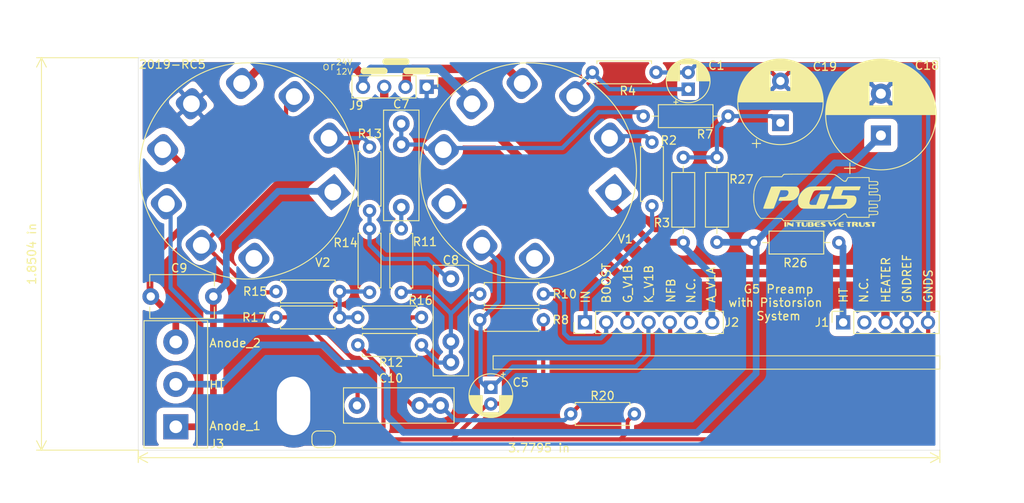
<source format=kicad_pcb>
(kicad_pcb (version 20171130) (host pcbnew "(5.1.2)-1")
  (title_block (title "Preamp G5 with Pistortion System") (date 2019-05-24) (rev RC5) (company http://www.projetg5.com) (comment 2 "Licence under Creative Commons BY-NC-SA 4.0") (comment 3 "with A-wai Amplification and LemonAmps") (comment 4 http://www.projetg5.com))
  (layers (0 F.Cu signal) (31 B.Cu signal) (34 B.Paste user) (35 F.Paste user) (36 B.SilkS user) (37 F.SilkS user) (38 B.Mask user) (39 F.Mask user) (44 Edge.Cuts user))
  (net 0 "")
  (net 1 "Net-(C1-Pad1)")
  (net 2 GNDS)
  (net 3 "Net-(C8-Pad1)")
  (net 4 /HT2)
  (net 5 /A_V1A)
  (net 6 /A+)
  (net 7 /A_V2A)
  (net 8 /A_V2B)
  (net 9 /HEATER2)
  (net 10 /K_V1B)
  (net 11 /IN)
  (net 12 /G_V1B)
  (net 13 GNDREF)
  (net 14 /BOOST)
  (net 15 "Net-(C7-Pad2)")
  (net 16 "Net-(C7-Pad1)")
  (net 17 "Net-(C8-Pad2)")
  (net 18 "Net-(C10-Pad1)")
  (net 19 "Net-(C19-Pad1)")
  (net 20 "Net-(R2-Pad1)")
  (net 21 "Net-(R13-Pad1)")
  (net 22 "Net-(R14-Pad1)")
  (net 23 "Net-(R15-Pad1)")
  (net 24 /HEATER)
  (net 25 /NFB)
  (net 26 /HEATER1)
  (net 27 "Net-(J1-Pad2)")
  (net 28 "Net-(J2-Pad6)")
  (net 29 "Net-(V1-Pad9)")
  (net 30 "Net-(V2-Pad9)")
  (module ProjectLib:C_Rect_L13.0mm_W4.0mm_P7.5mm_or_P10.00mm_MKS4 (layer F.Cu) (at 61.5 70.9 90)
    (fp_text reference C7 (at 12.34 -0.01) (layer F.SilkS))
    (fp_text value 22nF)
    (pad 2 thru_hole circle (at 10 0 90) (size 2 2) (drill 1) (layers *.Cu *.Mask) (net 15 "Net-(C7-Pad2)"))
    (pad 1 thru_hole circle (at 0 0 90) (size 2 2) (drill 1) (layers *.Cu *.Mask) (net 16 "Net-(C7-Pad1)"))
    (pad 2 thru_hole circle (at 7.5 0 90) (size 2 2) (drill 1) (layers *.Cu *.Mask) (net 15 "Net-(C7-Pad2)"))
  )
  (module ProjectLib:C_Rect_L13.0mm_W4.0mm_P7.5mm_or_P10.00mm_MKS4 (layer F.Cu) (at 67.44 79.48 270)
    (fp_text reference C8 (at -2.24 0) (layer F.SilkS))
    (fp_text value 22nF)
    (pad 2 thru_hole circle (at 10 0 270) (size 2 2) (drill 1) (layers *.Cu *.Mask) (net 17 "Net-(C8-Pad2)"))
    (pad 1 thru_hole circle (at 0 0 270) (size 2 2) (drill 1) (layers *.Cu *.Mask) (net 3 "Net-(C8-Pad1)"))
    (pad 2 thru_hole circle (at 7.5 0 270) (size 2 2) (drill 1) (layers *.Cu *.Mask) (net 17 "Net-(C8-Pad2)"))
  )
  (module ProjectLib:C_Rect_L13.0mm_W4.0mm_P7.5mm_or_P10.00mm_MKS4 (layer F.Cu) (at 56.2 94.65)
    (fp_text reference C10 (at 4.07 -3.26) (layer F.SilkS))
    (fp_text value 10n)
    (pad 2 thru_hole circle (at 10 0) (size 2 2) (drill 1) (layers *.Cu *.Mask) (net 25 /NFB))
    (pad 1 thru_hole circle (at 0 0) (size 2 2) (drill 1) (layers *.Cu *.Mask) (net 18 "Net-(C10-Pad1)"))
    (pad 2 thru_hole circle (at 7.5 0) (size 2 2) (drill 1) (layers *.Cu *.Mask) (net 25 /NFB))
  )
  (module Symbol:PG5_Logo_15mm_SilkScreen (layer F.Cu) (at 111.26 69.82)
    (fp_text reference U1 hide)
    (fp_text value PG5_Logo hide)
  )
  (module Capacitor_THT:CP_Radial_D5.0mm_P2.00mm (layer F.Cu) (at 72.23 92.47 270)
    (fp_text reference C5 (at -0.58 -3.57 180) (layer F.SilkS))
    (fp_text value 1µF/50v)
    (pad 2 thru_hole circle (at 2 0 270) (size 1.6 1.6) (drill 0.8) (layers *.Cu *.Mask) (net 2 GNDS))
    (pad 1 thru_hole rect (at 0 0 270) (size 1.6 1.6) (drill 0.8) (layers *.Cu *.Mask) (net 10 /K_V1B))
  )
  (module Connector_PinHeader_2.54mm:PinHeader_1x07_P2.54mm_Vertical (layer F.Cu) (at 83.5 84.7 90)
    (fp_text reference J2 (at 0 17.6 180) (layer F.SilkS))
    (fp_text value PCB_TUBE)
    (pad 7 thru_hole oval (at 0 15.24 90) (size 1.7 1.7) (drill 1) (layers *.Cu *.Mask) (net 5 /A_V1A))
    (pad 6 thru_hole oval (at 0 12.7 90) (size 1.7 1.7) (drill 1) (layers *.Cu *.Mask) (net 28 "Net-(J2-Pad6)"))
    (pad 5 thru_hole oval (at 0 10.16 90) (size 1.7 1.7) (drill 1) (layers *.Cu *.Mask) (net 25 /NFB))
    (pad 4 thru_hole oval (at 0 7.62 90) (size 1.7 1.7) (drill 1) (layers *.Cu *.Mask) (net 10 /K_V1B))
    (pad 3 thru_hole oval (at 0 5.08 90) (size 1.7 1.7) (drill 1) (layers *.Cu *.Mask) (net 12 /G_V1B))
    (pad 2 thru_hole oval (at 0 2.54 90) (size 1.7 1.7) (drill 1) (layers *.Cu *.Mask) (net 14 /BOOST))
    (pad 1 thru_hole rect (at 0 0 90) (size 1.7 1.7) (drill 1) (layers *.Cu *.Mask) (net 11 /IN))
  )
  (module Resistor_THT:R_Axial_DIN0207_L6.3mm_D2.5mm_P7.62mm_Horizontal (layer F.Cu) (at 81.8 95.66)
    (fp_text reference R20 (at 3.8 -2.16) (layer F.SilkS))
    (fp_text value 4.7k)
    (pad 2 thru_hole oval (at 7.62 0) (size 1.6 1.6) (drill 0.8) (layers *.Cu *.Mask) (net 2 GNDS))
    (pad 1 thru_hole circle (at 0 0) (size 1.6 1.6) (drill 0.8) (layers *.Cu *.Mask) (net 25 /NFB))
  )
  (module Connector_PinHeader_2.54mm:PinHeader_1x04_P2.54mm_Vertical (layer F.Cu) (at 64.54 56.49 270)
    (fp_text reference J9 (at 2.23 8.43 180) (layer F.SilkS))
    (fp_text value Voltage_Heater)
    (pad 4 thru_hole oval (at 0 7.62 270) (size 1.7 1.7) (drill 1) (layers *.Cu *.Mask) (net 9 /HEATER2))
    (pad 3 thru_hole oval (at 0 5.08 270) (size 1.7 1.7) (drill 1) (layers *.Cu *.Mask) (net 24 /HEATER))
    (pad 2 thru_hole oval (at 0 2.54 270) (size 1.7 1.7) (drill 1) (layers *.Cu *.Mask) (net 26 /HEATER1))
    (pad 1 thru_hole rect (at 0 0 270) (size 1.7 1.7) (drill 1) (layers *.Cu *.Mask) (net 13 GNDREF))
  )
  (module Resistor_THT:R_Axial_DIN0207_L6.3mm_D2.5mm_P10.16mm_Horizontal (layer F.Cu) (at 99.3 75.1 90)
    (fp_text reference R27 (at 7.54 2.93 180) (layer F.SilkS))
    (fp_text value 1k)
    (pad 2 thru_hole oval (at 10.16 0 90) (size 1.6 1.6) (drill 0.8) (layers *.Cu *.Mask) (net 19 "Net-(C19-Pad1)"))
    (pad 1 thru_hole circle (at 0 0 90) (size 1.6 1.6) (drill 0.8) (layers *.Cu *.Mask) (net 6 /A+))
  )
  (module Resistor_THT:R_Axial_DIN0207_L6.3mm_D2.5mm_P10.16mm_Horizontal (layer F.Cu) (at 113.9 75.14 180)
    (fp_text reference R26 (at 5.2 -2.43) (layer F.SilkS))
    (fp_text value 1k)
    (pad 2 thru_hole oval (at 10.16 0 180) (size 1.6 1.6) (drill 0.8) (layers *.Cu *.Mask) (net 6 /A+))
    (pad 1 thru_hole circle (at 0 0 180) (size 1.6 1.6) (drill 0.8) (layers *.Cu *.Mask) (net 4 /HT2))
  )
  (module Resistor_THT:R_Axial_DIN0207_L6.3mm_D2.5mm_P10.16mm_Horizontal (layer F.Cu) (at 100.64 60 180)
    (fp_text reference R7 (at 2.77 -2.18) (layer F.SilkS))
    (fp_text value 100k)
    (pad 2 thru_hole oval (at 10.16 0 180) (size 1.6 1.6) (drill 0.8) (layers *.Cu *.Mask) (net 15 "Net-(C7-Pad2)"))
    (pad 1 thru_hole circle (at 0 0 180) (size 1.6 1.6) (drill 0.8) (layers *.Cu *.Mask) (net 19 "Net-(C19-Pad1)"))
  )
  (module Resistor_THT:R_Axial_DIN0207_L6.3mm_D2.5mm_P10.16mm_Horizontal (layer F.Cu) (at 95.27 64.94 270)
    (fp_text reference R3 (at 7.84 2.56 180) (layer F.SilkS))
    (fp_text value 120k)
    (pad 2 thru_hole oval (at 10.16 0 270) (size 1.6 1.6) (drill 0.8) (layers *.Cu *.Mask) (net 5 /A_V1A))
    (pad 1 thru_hole circle (at 0 0 270) (size 1.6 1.6) (drill 0.8) (layers *.Cu *.Mask) (net 19 "Net-(C19-Pad1)"))
  )
  (module MountingHole:MountingHole_3.2mm_M3 (layer F.Cu) (at 48.6 94.7)
    (fp_text reference H1 hide)
    (fp_text value MountingHole_Pad)
    (pad 1 thru_hole oval (at 0 0) (size 7 10) (drill oval 4 7) (layers *.Cu *.Mask) (net 13 GNDREF))
  )
  (module Capacitor_THT:CP_Radial_D5.0mm_P2.00mm (layer F.Cu) (at 95.86 56.77 90)
    (fp_text reference C1 (at 2.84 3.38 180) (layer F.SilkS))
    (fp_text value 22µF/25v)
    (pad 2 thru_hole circle (at 2 0 90) (size 1.6 1.6) (drill 0.8) (layers *.Cu *.Mask) (net 2 GNDS))
    (pad 1 thru_hole rect (at 0 0 90) (size 1.6 1.6) (drill 0.8) (layers *.Cu *.Mask) (net 1 "Net-(C1-Pad1)"))
  )
  (module Connector_PinSocket_2.54mm:PinSocket_1x05_P2.54mm_Vertical (layer F.Cu) (at 114.42 84.7 90)
    (fp_text reference J1 (at 0 -2.54 180) (layer F.SilkS))
    (fp_text value PSU_TUBE)
    (pad 5 thru_hole oval (at 0 10.16 90) (size 1.7 1.7) (drill 1) (layers *.Cu *.Mask) (net 2 GNDS))
    (pad 4 thru_hole oval (at 0 7.62 90) (size 1.7 1.7) (drill 1) (layers *.Cu *.Mask) (net 13 GNDREF))
    (pad 3 thru_hole oval (at 0 5.08 90) (size 1.7 1.7) (drill 1) (layers *.Cu *.Mask) (net 24 /HEATER))
    (pad 2 thru_hole oval (at 0 2.54 90) (size 1.7 1.7) (drill 1) (layers *.Cu *.Mask) (net 27 "Net-(J1-Pad2)"))
    (pad 1 thru_hole rect (at 0 0 90) (size 1.7 1.7) (drill 1) (layers *.Cu *.Mask) (net 4 /HT2))
  )
  (module Resistor_THT:R_Axial_DIN0207_L6.3mm_D2.5mm_P7.62mm_Horizontal (layer F.Cu) (at 63.92 87.4 180)
    (fp_text reference R12 (at 3.65 -2.1 180) (layer F.SilkS))
    (fp_text value 470k)
    (pad 2 thru_hole oval (at 7.62 0 180) (size 1.6 1.6) (drill 0.8) (layers *.Cu *.Mask) (net 2 GNDS))
    (pad 1 thru_hole circle (at 0 0 180) (size 1.6 1.6) (drill 0.8) (layers *.Cu *.Mask) (net 17 "Net-(C8-Pad2)"))
  )
  (module Resistor_THT:R_Axial_DIN0207_L6.3mm_D2.5mm_P7.62mm_Horizontal (layer F.Cu) (at 61.5 73.5 270)
    (fp_text reference R11 (at 1.55 -2.83) (layer F.SilkS))
    (fp_text value 470k)
    (pad 2 thru_hole oval (at 7.62 0 270) (size 1.6 1.6) (drill 0.8) (layers *.Cu *.Mask) (net 17 "Net-(C8-Pad2)"))
    (pad 1 thru_hole circle (at 0 0 270) (size 1.6 1.6) (drill 0.8) (layers *.Cu *.Mask) (net 16 "Net-(C7-Pad1)"))
  )
  (module Resistor_THT:R_Axial_DIN0207_L6.3mm_D2.5mm_P7.62mm_Horizontal (layer F.Cu) (at 70.9 81.3)
    (fp_text reference R10 (at 10.176191 0.01) (layer F.SilkS))
    (fp_text value 100k)
    (pad 2 thru_hole oval (at 7.62 0) (size 1.6 1.6) (drill 0.8) (layers *.Cu *.Mask) (net 14 /BOOST))
    (pad 1 thru_hole circle (at 0 0) (size 1.6 1.6) (drill 0.8) (layers *.Cu *.Mask) (net 17 "Net-(C8-Pad2)"))
  )
  (module Capacitor_THT:CP_Radial_D13.0mm_P5.00mm (layer F.Cu) (at 118.94 62.31 90)
    (fp_text reference C18 (at 8.38 5.52 -180) (layer F.SilkS))
    (fp_text value 22µF/400v)
    (pad 1 thru_hole rect (at 0 0 90) (size 2.4 2.4) (drill 1.2) (layers *.Cu *.Mask) (net 6 /A+))
    (pad 2 thru_hole circle (at 5 0 90) (size 2.4 2.4) (drill 1.2) (layers *.Cu *.Mask) (net 13 GNDREF))
  )
  (module ProjectLib:Valve_Noval-B9A_Belton-VT9-PT_Socket (layer F.Cu) (at 86.9 69.1 220)
    (fp_text reference V1 (at 2.517023 -5.224356) (layer F.SilkS))
    (fp_text value ECC83)
    (pad 9 thru_hole roundrect (at 12.34 0 220) (size 3.1 3.1) (drill 2) (layers *.Cu *.Mask) (net 29 "Net-(V1-Pad9)"))
    (pad 8 thru_hole roundrect (at 16.16 5.25 220) (size 3.1 3.1) (drill 2) (layers *.Cu *.Mask) (net 10 /K_V1B))
    (pad 7 thru_hole roundrect (at 16.16 11.74 220) (size 3.1 3.1) (drill 2) (layers *.Cu *.Mask) (net 12 /G_V1B))
    (pad 6 thru_hole roundrect (at 12.34 16.99 220) (size 3.1 3.1) (drill 2) (layers *.Cu *.Mask) (net 15 "Net-(C7-Pad2)"))
    (pad 5 thru_hole roundrect (at 6.17 18.99 220) (size 3.1 3.1) (drill 2) (layers *.Cu *.Mask) (net 9 /HEATER2))
    (pad 4 thru_hole roundrect (at 0 16.99 220) (size 3.1 3.1) (drill 2) (layers *.Cu *.Mask) (net 26 /HEATER1))
    (pad 3 thru_hole roundrect (at -3.81 11.74 220) (size 3.1 3.1) (drill 2) (layers *.Cu *.Mask) (net 1 "Net-(C1-Pad1)"))
    (pad 2 thru_hole roundrect (at -3.81 5.25 220) (size 3.1 3.1) (drill 2) (layers *.Cu *.Mask) (net 20 "Net-(R2-Pad1)"))
    (pad 1 thru_hole rect (at 0 0 220) (size 3.1 3.1) (drill 2) (layers *.Cu *.Mask) (net 5 /A_V1A))
  )
  (module ProjectLib:Valve_Noval-B9A_Belton-VT9-PT_Socket (layer F.Cu) (at 53.3 69.1 220)
    (fp_text reference V2 (at 6.337953 -5.68641) (layer F.SilkS))
    (fp_text value ECC83)
    (pad 9 thru_hole roundrect (at 12.34 0 220) (size 3.1 3.1) (drill 2) (layers *.Cu *.Mask) (net 30 "Net-(V2-Pad9)"))
    (pad 8 thru_hole roundrect (at 16.16 5.25 220) (size 3.1 3.1) (drill 2) (layers *.Cu *.Mask) (net 23 "Net-(R15-Pad1)"))
    (pad 7 thru_hole roundrect (at 16.16 11.74 220) (size 3.1 3.1) (drill 2) (layers *.Cu *.Mask) (net 18 "Net-(C10-Pad1)"))
    (pad 6 thru_hole roundrect (at 12.34 16.99 220) (size 3.1 3.1) (drill 2) (layers *.Cu *.Mask) (net 7 /A_V2A))
    (pad 5 thru_hole roundrect (at 6.17 18.99 220) (size 3.1 3.1) (drill 2) (layers *.Cu *.Mask) (net 13 GNDREF))
    (pad 4 thru_hole roundrect (at 0 16.99 220) (size 3.1 3.1) (drill 2) (layers *.Cu *.Mask) (net 9 /HEATER2))
    (pad 3 thru_hole roundrect (at -3.81 11.74 220) (size 3.1 3.1) (drill 2) (layers *.Cu *.Mask) (net 23 "Net-(R15-Pad1)"))
    (pad 2 thru_hole roundrect (at -3.81 5.25 220) (size 3.1 3.1) (drill 2) (layers *.Cu *.Mask) (net 21 "Net-(R13-Pad1)"))
    (pad 1 thru_hole rect (at 0 0 220) (size 3.1 3.1) (drill 2) (layers *.Cu *.Mask) (net 8 /A_V2B))
  )
  (module Jumper:SolderJumper-2_P1.3mm_Bridged_RoundedPad1.0x1.5mm (layer F.Cu) (at 52.2 98.7)
    (fp_text reference JP1 hide)
    (fp_text value Jumper)
    (fp_poly (pts (xy 0.25 -0.3) (xy -0.25 -0.3) (xy -0.25 0.3) (xy 0.25 0.3)) (layer F.Cu) (width 0))
    (pad 1 smd custom (at -0.65 0) (size 1 0.5) (layers F.Cu F.Mask) (net 13 GNDREF) (options (clearance outline) (anchor rect)) (primitives (gr_circle (center 0 0.25) (end 0.5 0.25) (width 0)) (gr_circle (center 0 -0.25) (end 0.5 -0.25) (width 0)) (gr_poly (pts (xy 0 -0.75) (xy 0.5 -0.75) (xy 0.5 0.75) (xy 0 0.75)) (width 0))))
    (pad 2 smd custom (at 0.65 0) (size 1 0.5) (layers F.Cu F.Mask) (net 2 GNDS) (options (clearance outline) (anchor rect)) (primitives (gr_circle (center 0 0.25) (end 0.5 0.25) (width 0)) (gr_circle (center 0 -0.25) (end 0.5 -0.25) (width 0)) (gr_poly (pts (xy 0 -0.75) (xy -0.5 -0.75) (xy -0.5 0.75) (xy 0 0.75)) (width 0))))
  )
  (module Capacitor_THT:CP_Radial_D10.0mm_P5.00mm (layer F.Cu) (at 106.91 60.79 90)
    (fp_text reference C19 (at 6.73 5.32) (layer F.SilkS))
    (fp_text value 10µF/400v)
    (pad 1 thru_hole rect (at 0 0 90) (size 2 2) (drill 1) (layers *.Cu *.Mask) (net 19 "Net-(C19-Pad1)"))
    (pad 2 thru_hole circle (at 5 0 90) (size 2 2) (drill 1) (layers *.Cu *.Mask) (net 13 GNDREF))
  )
  (module Capacitor_THT:C_Disc_D7.5mm_W5.0mm_P7.50mm (layer F.Cu) (at 31.5 81.6)
    (fp_text reference C9 (at 3.4 -3.4) (layer F.SilkS))
    (fp_text value 100pF)
    (pad 1 thru_hole circle (at 0 0) (size 2 2) (drill 1) (layers *.Cu *.Mask) (net 7 /A_V2A))
    (pad 2 thru_hole circle (at 7.5 0) (size 2 2) (drill 1) (layers *.Cu *.Mask) (net 8 /A_V2B))
  )
  (module Resistor_THT:R_Axial_DIN0207_L6.3mm_D2.5mm_P7.62mm_Horizontal (layer F.Cu) (at 91.52 63.12 270)
    (fp_text reference R2 (at -0.22 -2.01) (layer F.SilkS))
    (fp_text value 33k)
    (pad 1 thru_hole circle (at 0 0 270) (size 1.6 1.6) (drill 0.8) (layers *.Cu *.Mask) (net 20 "Net-(R2-Pad1)"))
    (pad 2 thru_hole oval (at 7.62 0 270) (size 1.6 1.6) (drill 0.8) (layers *.Cu *.Mask) (net 11 /IN))
  )
  (module Resistor_THT:R_Axial_DIN0207_L6.3mm_D2.5mm_P7.62mm_Horizontal (layer F.Cu) (at 84.39 54.75)
    (fp_text reference R4 (at 4.23 2.22) (layer F.SilkS))
    (fp_text value 1.8k)
    (pad 2 thru_hole oval (at 7.62 0) (size 1.6 1.6) (drill 0.8) (layers *.Cu *.Mask) (net 2 GNDS))
    (pad 1 thru_hole circle (at 0 0) (size 1.6 1.6) (drill 0.8) (layers *.Cu *.Mask) (net 1 "Net-(C1-Pad1)"))
  )
  (module Resistor_THT:R_Axial_DIN0207_L6.3mm_D2.5mm_P7.62mm_Horizontal (layer F.Cu) (at 70.9 84.4)
    (fp_text reference R8 (at 9.7 0) (layer F.SilkS))
    (fp_text value 1.8k)
    (pad 2 thru_hole oval (at 7.62 0) (size 1.6 1.6) (drill 0.8) (layers *.Cu *.Mask) (net 2 GNDS))
    (pad 1 thru_hole circle (at 0 0) (size 1.6 1.6) (drill 0.8) (layers *.Cu *.Mask) (net 10 /K_V1B))
  )
  (module Resistor_THT:R_Axial_DIN0207_L6.3mm_D2.5mm_P7.62mm_Horizontal (layer F.Cu) (at 57.7 63.7 270)
    (fp_text reference R13 (at -1.59 -0.03) (layer F.SilkS))
    (fp_text value 10k)
    (pad 2 thru_hole oval (at 7.62 0 270) (size 1.6 1.6) (drill 0.8) (layers *.Cu *.Mask) (net 3 "Net-(C8-Pad1)"))
    (pad 1 thru_hole circle (at 0 0 270) (size 1.6 1.6) (drill 0.8) (layers *.Cu *.Mask) (net 21 "Net-(R13-Pad1)"))
  )
  (module Resistor_THT:R_Axial_DIN0207_L6.3mm_D2.5mm_P7.62mm_Horizontal (layer F.Cu) (at 57.7 81.1 90)
    (fp_text reference R14 (at 5.93 -2.87 180) (layer F.SilkS))
    (fp_text value 1M)
    (pad 1 thru_hole circle (at 0 0 90) (size 1.6 1.6) (drill 0.8) (layers *.Cu *.Mask) (net 22 "Net-(R14-Pad1)"))
    (pad 2 thru_hole oval (at 7.62 0 90) (size 1.6 1.6) (drill 0.8) (layers *.Cu *.Mask) (net 3 "Net-(C8-Pad1)"))
  )
  (module Resistor_THT:R_Axial_DIN0207_L6.3mm_D2.5mm_P7.62mm_Horizontal (layer F.Cu) (at 46.5 81)
    (fp_text reference R15 (at -2.5 0) (layer F.SilkS))
    (fp_text value 1k)
    (pad 2 thru_hole oval (at 7.62 0) (size 1.6 1.6) (drill 0.8) (layers *.Cu *.Mask) (net 22 "Net-(R14-Pad1)"))
    (pad 1 thru_hole circle (at 0 0) (size 1.6 1.6) (drill 0.8) (layers *.Cu *.Mask) (net 23 "Net-(R15-Pad1)"))
  )
  (module Resistor_THT:R_Axial_DIN0207_L6.3mm_D2.5mm_P7.62mm_Horizontal (layer F.Cu) (at 56.3 84.1)
    (fp_text reference R16 (at 7.51 -2.02) (layer F.SilkS))
    (fp_text value 10k)
    (pad 1 thru_hole circle (at 0 0) (size 1.6 1.6) (drill 0.8) (layers *.Cu *.Mask) (net 22 "Net-(R14-Pad1)"))
    (pad 2 thru_hole oval (at 7.62 0) (size 1.6 1.6) (drill 0.8) (layers *.Cu *.Mask) (net 25 /NFB))
  )
  (module Resistor_THT:R_Axial_DIN0207_L6.3mm_D2.5mm_P7.62mm_Horizontal (layer F.Cu) (at 46.5 84.1)
    (fp_text reference R17 (at -2.6 0) (layer F.SilkS))
    (fp_text value 1M)
    (pad 2 thru_hole oval (at 7.62 0) (size 1.6 1.6) (drill 0.8) (layers *.Cu *.Mask) (net 22 "Net-(R14-Pad1)"))
    (pad 1 thru_hole circle (at 0 0) (size 1.6 1.6) (drill 0.8) (layers *.Cu *.Mask) (net 18 "Net-(C10-Pad1)"))
  )
  (module TerminalBlock:TerminalBlock_bornier-3_P5.08mm (layer F.Cu) (at 34.5 97.2 90)
    (fp_text reference J3 (at -2.06 4.93 180) (layer F.SilkS))
    (fp_text value OT)
    (pad 1 thru_hole rect (at 0 0 90) (size 3 3) (drill 1.52) (layers *.Cu *.Mask) (net 8 /A_V2B))
    (pad 2 thru_hole circle (at 5.08 0 90) (size 3 3) (drill 1.52) (layers *.Cu *.Mask) (net 6 /A+))
    (pad 3 thru_hole circle (at 10.16 0 90) (size 3 3) (drill 1.52) (layers *.Cu *.Mask) (net 7 /A_V2A))
  )
  (dimension 96 (width 0.12) (layer F.SilkS) (gr_text "96,000 mm" (at 78 102.17) (layer F.SilkS) (effects (font (size 1 1) (thickness 0.15)))) (feature1 (pts (xy 126 100) (xy 126 101.486421))) (feature2 (pts (xy 30 100) (xy 30 101.486421))) (crossbar (pts (xy 30 100.9) (xy 126 100.9))) (arrow1a (pts (xy 126 100.9) (xy 124.873496 101.486421))) (arrow1b (pts (xy 126 100.9) (xy 124.873496 100.313579))) (arrow2a (pts (xy 30 100.9) (xy 31.126504 101.486421))) (arrow2b (pts (xy 30 100.9) (xy 31.126504 100.313579))))
  (gr_text or (at 52.8 54) (layer F.SilkS) (effects (font (size 1 1) (thickness 0.1))))
  (gr_text NFB (at 93.8 80.9 90) (layer F.SilkS) (effects (font (size 1 1))))
  (gr_text "24V\n12V" (at 54.67 54.1) (layer F.SilkS) (effects (font (size 0.7 0.7) (thickness 0.1))))
  (gr_line (start 59.64 53.47) (end 62.08 53.47) (layer F.SilkS) (width 0.8))
  (gr_line (start 62.13 54.59) (end 64.57 54.59) (layer F.SilkS) (width 0.8))
  (gr_line (start 57.02 54.59) (end 59.46 54.59) (layer F.SilkS) (width 0.8))
  (gr_text A_V1A (at 98.6 80.2 90) (layer F.SilkS) (effects (font (size 1 1))))
  (gr_text N.C. (at 96.2 80.902857 90) (layer F.SilkS) (effects (font (size 1 1))))
  (gr_text K_V1B (at 91.15 80.117143 90) (layer F.SilkS) (effects (font (size 1 1))))
  (gr_text G_V1B (at 88.64 80.1 90) (layer F.SilkS) (effects (font (size 1 1))))
  (gr_text BOOST (at 86.07 79.998095 90) (layer F.SilkS) (effects (font (size 1 1))))
  (gr_text IN (at 83.57 81.640952 90) (layer F.SilkS) (effects (font (size 1 1))))
  (gr_text Anode_1 (at 41.596666 97.1) (layer F.SilkS) (effects (font (size 1 1))))
  (gr_text Anode_2 (at 41.596666 87.18) (layer F.SilkS) (effects (font (size 1 1))))
  (gr_text HT (at 39.43 92.18) (layer F.SilkS) (effects (font (size 1 1))))
  (gr_text HT (at 114.46 81.45 90) (layer F.SilkS) (effects (font (size 1 1))))
  (gr_text N.C. (at 116.9 80.854762 90) (layer F.SilkS) (effects (font (size 1 1))))
  (gr_text HEATER (at 119.54 79.616667 90) (layer F.SilkS) (effects (font (size 1 1))))
  (gr_text GNDREF (at 122.06 79.45 90) (layer F.SilkS) (effects (font (size 1 1))))
  (gr_text GNDS (at 124.62 80.354762 90) (layer F.SilkS) (effects (font (size 1 1))))
  (gr_text 2019-RC5 (at 34.08 53.81) (layer F.SilkS) (effects (font (size 1 1))))
  (gr_text "G5 Preamp\nwith Pistorsion \nSystem" (at 106.68 82.33) (layer F.SilkS) (effects (font (size 1 1))))
  (dimension 47 (width 0.12) (layer F.SilkS) (gr_text "47,000 mm" (at 17.14 76.5 270) (layer F.SilkS) (effects (font (size 1 1) (thickness 0.15)))) (feature1 (pts (xy 30 100) (xy 17.823579 100))) (feature2 (pts (xy 30 53) (xy 17.823579 53))) (crossbar (pts (xy 18.41 53) (xy 18.41 100))) (arrow1a (pts (xy 18.41 100) (xy 17.823579 98.873496))) (arrow1b (pts (xy 18.41 100) (xy 18.996421 98.873496))) (arrow2a (pts (xy 18.41 53) (xy 17.823579 54.126504))) (arrow2b (pts (xy 18.41 53) (xy 18.996421 54.126504))))
  (gr_line (start 126 88.7) (end 126 90.3) (layer F.SilkS) (width 0.12))
  (gr_line (start 72.5 88.7) (end 126 88.7) (layer F.SilkS) (width 0.12))
  (gr_line (start 72.5 88.7) (end 72.5 90.3) (layer F.SilkS) (width 0.12))
  (gr_line (start 126 90.3) (end 72.5 90.3) (layer F.SilkS) (width 0.12))
  (gr_line (start 30 100) (end 30 53) (layer Edge.Cuts) (width 0.05))
  (gr_line (start 126 100) (end 30 100) (layer Edge.Cuts) (width 0.05))
  (gr_line (start 126 53) (end 126 100) (layer Edge.Cuts) (width 0.05))
  (gr_line (start 30 53) (end 126 53) (layer Edge.Cuts) (width 0.05))
  (segment (start 82.272303 57.827697) (end 82.272303 57.457617) (width 0.5) (layer B.Cu) (net 1))
  (segment (start 82.272303 56.867697) (end 84.39 54.75) (width 0.5) (layer B.Cu) (net 1))
  (segment (start 82.272303 57.657617) (end 82.272303 56.867697) (width 0.5) (layer B.Cu) (net 1))
  (segment (start 86.41 56.77) (end 95.86 56.77) (width 0.5) (layer B.Cu) (net 1))
  (segment (start 84.39 54.75) (end 86.41 56.77) (width 0.5) (layer B.Cu) (net 1))
  (segment (start 78.6 83.8) (end 78.6 84) (width 0.5) (layer B.Cu) (net 2))
  (segment (start 74.894543 98.705457) (end 67.594543 98.705457) (width 0.5) (layer F.Cu) (net 2))
  (segment (start 92.03 54.77) (end 92.01 54.75) (width 0.5) (layer B.Cu) (net 2))
  (segment (start 95.86 54.77) (end 92.03 54.77) (width 0.5) (layer B.Cu) (net 2))
  (segment (start 88.620001 97.800913) (end 87.715457 98.705457) (width 0.5) (layer F.Cu) (net 2))
  (segment (start 88.620001 96.459999) (end 88.620001 97.800913) (width 0.5) (layer F.Cu) (net 2))
  (segment (start 89.42 95.66) (end 88.620001 96.459999) (width 0.5) (layer F.Cu) (net 2))
  (segment (start 87.715457 98.705457) (end 74.894543 98.705457) (width 0.5) (layer F.Cu) (net 2))
  (segment (start 52.8 98.7) (end 57.4 98.7) (width 0.5) (layer F.Cu) (net 2))
  (segment (start 59.37 97.29) (end 57.96 98.7) (width 0.5) (layer F.Cu) (net 2))
  (segment (start 57.96 98.7) (end 57.4 98.7) (width 0.5) (layer F.Cu) (net 2))
  (segment (start 56.3 87.4) (end 59.37 90.47) (width 0.5) (layer F.Cu) (net 2))
  (segment (start 59.37 90.47) (end 59.37 97.29) (width 0.5) (layer F.Cu) (net 2))
  (segment (start 57.405457 98.705457) (end 67.594543 98.705457) (width 0.5) (layer F.Cu) (net 2))
  (segment (start 57.4 98.7) (end 57.405457 98.705457) (width 0.5) (layer F.Cu) (net 2))
  (segment (start 71.87 94.43) (end 67.594543 98.705457) (width 0.5) (layer F.Cu) (net 2))
  (segment (start 75.97 94.43) (end 71.87 94.43) (width 0.5) (layer F.Cu) (net 2))
  (segment (start 78.5 84.4) (end 78.5 91.9) (width 0.5) (layer F.Cu) (net 2))
  (segment (start 78.5 91.9) (end 75.97 94.43) (width 0.5) (layer F.Cu) (net 2))
  (segment (start 124.6 84.61) (end 124.54 84.67) (width 0.5) (layer B.Cu) (net 2))
  (segment (start 124.6 55.91) (end 124.6 84.61) (width 0.5) (layer B.Cu) (net 2))
  (segment (start 122.56 53.87) (end 124.6 55.91) (width 0.5) (layer B.Cu) (net 2))
  (segment (start 95.86 54.77) (end 96.76 53.87) (width 0.5) (layer B.Cu) (net 2))
  (segment (start 96.76 53.87) (end 122.56 53.87) (width 0.5) (layer B.Cu) (net 2))
  (segment (start 119.194543 98.705457) (end 87.715457 98.705457) (width 0.5) (layer F.Cu) (net 2))
  (segment (start 124.6 93.3) (end 119.194543 98.705457) (width 0.5) (layer F.Cu) (net 2))
  (segment (start 124.59 84.68) (end 124.6 84.69) (width 0.5) (layer F.Cu) (net 2))
  (segment (start 124.6 84.69) (end 124.6 93.3) (width 0.5) (layer F.Cu) (net 2))
  (segment (start 64.7 77.1) (end 67.4 79.8) (width 0.5) (layer B.Cu) (net 3))
  (segment (start 59.4 77.1) (end 64.7 77.1) (width 0.5) (layer B.Cu) (net 3))
  (segment (start 57.7 71.4) (end 57.7 75.4) (width 0.5) (layer B.Cu) (net 3))
  (segment (start 57.7 75.4) (end 59.4 77.1) (width 0.5) (layer B.Cu) (net 3))
  (segment (start 114.4 75.64) (end 113.9 75.14) (width 0.8) (layer B.Cu) (net 4))
  (segment (start 114.43 84.7) (end 114.4 84.67) (width 0.8) (layer B.Cu) (net 4))
  (segment (start 114.4 84.67) (end 114.4 75.64) (width 0.8) (layer B.Cu) (net 4))
  (segment (start 91.3 75.1) (end 95.27 75.1) (width 0.8) (layer F.Cu) (net 5))
  (segment (start 86.9 68.9) (end 86.9 70.7) (width 0.8) (layer F.Cu) (net 5))
  (segment (start 86.9 70.7) (end 91.3 75.1) (width 0.8) (layer F.Cu) (net 5))
  (segment (start 95.27 75.57) (end 95.27 75.1) (width 0.8) (layer B.Cu) (net 5))
  (segment (start 98.7 79) (end 95.27 75.57) (width 0.8) (layer B.Cu) (net 5))
  (segment (start 98.73 84.68) (end 98.7 84.65) (width 0.8) (layer B.Cu) (net 5))
  (segment (start 98.7 84.65) (end 98.7 79) (width 0.8) (layer B.Cu) (net 5))
  (segment (start 103.7 75.1) (end 103.74 75.14) (width 0.8) (layer B.Cu) (net 6))
  (segment (start 99.3 75.1) (end 103.7 75.1) (width 0.8) (layer B.Cu) (net 6))
  (segment (start 115.64 65.61) (end 118.94 62.31) (width 0.8) (layer B.Cu) (net 6))
  (segment (start 113.39 65.61) (end 115.64 65.61) (width 0.8) (layer B.Cu) (net 6))
  (segment (start 103.74 75.14) (end 103.86 75.14) (width 0.8) (layer B.Cu) (net 6))
  (segment (start 103.86 75.14) (end 113.39 65.61) (width 0.8) (layer B.Cu) (net 6))
  (segment (start 104 90.8) (end 104 75.4) (width 0.8) (layer B.Cu) (net 6))
  (segment (start 40 92.1) (end 44.7 87.4) (width 0.8) (layer B.Cu) (net 6))
  (segment (start 104 75.4) (end 103.74 75.14) (width 0.8) (layer B.Cu) (net 6))
  (segment (start 61.77 97.87) (end 96.93 97.87) (width 0.8) (layer B.Cu) (net 6))
  (segment (start 34.5 92.12) (end 34.52 92.1) (width 0.8) (layer B.Cu) (net 6))
  (segment (start 59.8 91.5) (end 59.8 95.9) (width 0.8) (layer B.Cu) (net 6))
  (segment (start 44.7 87.4) (end 52.1 87.4) (width 0.8) (layer B.Cu) (net 6))
  (segment (start 34.52 92.1) (end 40 92.1) (width 0.8) (layer B.Cu) (net 6))
  (segment (start 54.3 89.6) (end 57.9 89.6) (width 0.8) (layer B.Cu) (net 6))
  (segment (start 52.1 87.4) (end 54.3 89.6) (width 0.8) (layer B.Cu) (net 6))
  (segment (start 57.9 89.6) (end 59.8 91.5) (width 0.8) (layer B.Cu) (net 6))
  (segment (start 59.8 95.9) (end 61.77 97.87) (width 0.8) (layer B.Cu) (net 6))
  (segment (start 96.93 97.87) (end 104 90.8) (width 0.8) (layer B.Cu) (net 6))
  (segment (start 34.5 84.44998) (end 34.5 86.9) (width 0.8) (layer F.Cu) (net 7))
  (segment (start 31.65002 81.6) (end 34.5 84.44998) (width 0.8) (layer F.Cu) (net 7))
  (segment (start 37.8 68.390854) (end 37.8 70.8) (width 0.8) (layer F.Cu) (net 7))
  (segment (start 33.42605 64.016904) (end 37.8 68.390854) (width 0.8) (layer F.Cu) (net 7))
  (segment (start 37.8 70.8) (end 31.406979 77.193021) (width 0.8) (layer F.Cu) (net 7))
  (segment (start 31.406979 77.193021) (end 31.406979 81.406979) (width 0.8) (layer F.Cu) (net 7))
  (segment (start 31.406979 81.406979) (end 31.6 81.6) (width 0.8) (layer F.Cu) (net 7))
  (segment (start 31.6 81.6) (end 31.65002 81.6) (width 0.8) (layer F.Cu) (net 7))
  (segment (start 37 97.2) (end 34.5 97.2) (width 0.8) (layer F.Cu) (net 8))
  (segment (start 39 95.2) (end 37 97.2) (width 0.8) (layer F.Cu) (net 8))
  (segment (start 53.5 69.1) (end 53.4 69) (width 0.8) (layer F.Cu) (net 8))
  (segment (start 39 81.6) (end 39 95.2) (width 0.8) (layer F.Cu) (net 8))
  (segment (start 40.55 80.05) (end 39 81.6) (width 0.8) (layer B.Cu) (net 8))
  (segment (start 40.55 76.352725) (end 40.55 80.05) (width 0.8) (layer B.Cu) (net 8))
  (segment (start 40.81 76.092725) (end 40.55 76.352725) (width 0.8) (layer B.Cu) (net 8))
  (segment (start 40.81 74.95) (end 40.81 76.092725) (width 0.8) (layer B.Cu) (net 8))
  (segment (start 53.4 69) (end 46.76 69) (width 0.8) (layer B.Cu) (net 8))
  (segment (start 46.76 69) (end 40.81 74.95) (width 0.8) (layer B.Cu) (net 8))
  (segment (start 69.966969 58.333031) (end 69.573938 57.94) (width 1) (layer F.Cu) (net 9))
  (segment (start 69.966969 58.318816) (end 69.966969 58.333031) (width 1) (layer F.Cu) (net 9))
  (segment (start 44.37499 54.32501) (end 42.6 56.1) (width 1) (layer F.Cu) (net 9))
  (segment (start 56.08501 54.32501) (end 44.37499 54.32501) (width 1) (layer F.Cu) (net 9))
  (segment (start 56.92 56.49) (end 56.92 55.16) (width 1) (layer F.Cu) (net 9))
  (segment (start 56.92 55.16) (end 56.08501 54.32501) (width 1) (layer F.Cu) (net 9))
  (segment (start 56.92 55.287919) (end 56.92 56.49) (width 1) (layer B.Cu) (net 9))
  (segment (start 69.378153 57.93) (end 69.378153 57.648153) (width 1) (layer B.Cu) (net 9))
  (segment (start 69.966969 58.518816) (end 69.378153 57.93) (width 1) (layer B.Cu) (net 9))
  (segment (start 57.86792 54.339999) (end 56.92 55.287919) (width 1) (layer B.Cu) (net 9))
  (segment (start 69.378153 57.648153) (end 66.069999 54.339999) (width 1) (layer B.Cu) (net 9))
  (segment (start 66.069999 54.339999) (end 57.86792 54.339999) (width 1) (layer B.Cu) (net 9))
  (segment (start 91.1 84.71) (end 91.08 84.69) (width 0.5) (layer B.Cu) (net 10))
  (segment (start 91.1 88.5) (end 91.1 84.71) (width 0.5) (layer B.Cu) (net 10))
  (segment (start 89.6 90) (end 91.1 88.5) (width 0.5) (layer B.Cu) (net 10))
  (segment (start 74.86 90) (end 89.6 90) (width 0.5) (layer B.Cu) (net 10))
  (segment (start 73.2 77.519627) (end 73.2 82.2) (width 0.5) (layer B.Cu) (net 10))
  (segment (start 72.41 92.45) (end 74.86 90) (width 0.5) (layer B.Cu) (net 10))
  (segment (start 71.146087 75.465714) (end 73.2 77.519627) (width 0.5) (layer B.Cu) (net 10))
  (segment (start 73.2 82.2) (end 71 84.4) (width 0.5) (layer B.Cu) (net 10))
  (segment (start 71 84.4) (end 71 91.78) (width 0.5) (layer B.Cu) (net 10))
  (segment (start 71 91.78) (end 71.67 92.45) (width 0.5) (layer B.Cu) (net 10))
  (segment (start 71.67 92.45) (end 72.41 92.45) (width 0.5) (layer B.Cu) (net 10))
  (segment (start 91.54 70.76) (end 91.52 70.74) (width 0.5) (layer B.Cu) (net 11))
  (segment (start 91.54 73.56) (end 91.54 70.76) (width 0.5) (layer B.Cu) (net 11))
  (segment (start 83.57 84.71) (end 83.57 81.53) (width 0.5) (layer B.Cu) (net 11))
  (segment (start 83.57 81.53) (end 91.54 73.56) (width 0.5) (layer B.Cu) (net 11))
  (segment (start 67.3 70.8) (end 67 70.5) (width 0.5) (layer F.Cu) (net 12))
  (segment (start 77.5 70.8) (end 67.3 70.8) (width 0.5) (layer F.Cu) (net 12))
  (segment (start 88.61 84.71) (end 88.61 81.91) (width 0.5) (layer F.Cu) (net 12))
  (segment (start 88.61 81.91) (end 77.5 70.8) (width 0.5) (layer F.Cu) (net 12))
  (segment (start 48.62 97.62) (end 48.62 94.49) (width 0.5) (layer F.Cu) (net 13))
  (segment (start 51.5 98.7) (end 49.7 98.7) (width 0.5) (layer F.Cu) (net 13))
  (segment (start 49.7 98.7) (end 48.62 97.62) (width 0.5) (layer F.Cu) (net 13))
  (segment (start 86.04 85.96) (end 86.04 84.66) (width 0.5) (layer B.Cu) (net 14))
  (segment (start 78.6 81.3) (end 80.1 81.3) (width 0.5) (layer B.Cu) (net 14))
  (segment (start 81 82.2) (end 81 86) (width 0.5) (layer B.Cu) (net 14))
  (segment (start 81 86) (end 81.6 86.6) (width 0.5) (layer B.Cu) (net 14))
  (segment (start 81.6 86.6) (end 85.4 86.6) (width 0.5) (layer B.Cu) (net 14))
  (segment (start 80.1 81.3) (end 81 82.2) (width 0.5) (layer B.Cu) (net 14))
  (segment (start 85.4 86.6) (end 86.04 85.96) (width 0.5) (layer B.Cu) (net 14))
  (segment (start 61.5 60.92) (end 61.52 60.9) (width 0.5) (layer B.Cu) (net 15))
  (segment (start 90.01 59.53) (end 90.48 60) (width 0.5) (layer B.Cu) (net 15))
  (segment (start 85.07 59.53) (end 90.01 59.53) (width 0.5) (layer B.Cu) (net 15))
  (segment (start 66.52605 63.816904) (end 80.783096 63.816904) (width 0.5) (layer B.Cu) (net 15))
  (segment (start 80.783096 63.816904) (end 85.07 59.53) (width 0.5) (layer B.Cu) (net 15))
  (segment (start 64.56 63.9) (end 64.06 63.4) (width 0.5) (layer B.Cu) (net 15))
  (segment (start 66.6 64) (end 66.5 63.9) (width 0.5) (layer B.Cu) (net 15))
  (segment (start 64.06 63.4) (end 61.5 63.4) (width 0.5) (layer B.Cu) (net 15))
  (segment (start 66.5 63.9) (end 64.56 63.9) (width 0.5) (layer B.Cu) (net 15))
  (segment (start 61.5 63.4) (end 61.5 60.9) (width 0.5) (layer B.Cu) (net 15))
  (segment (start 61.5 70.4) (end 61.5 73.4) (width 0.5) (layer B.Cu) (net 16))
  (segment (start 64.82 81.02) (end 67.3 83.5) (width 0.5) (layer B.Cu) (net 17))
  (segment (start 61.5 81.02) (end 64.82 81.02) (width 0.5) (layer B.Cu) (net 17))
  (segment (start 67.3 83.5) (end 67.4 83.6) (width 0.5) (layer B.Cu) (net 17))
  (segment (start 66.96 89.51) (end 67.35 89.9) (width 0.5) (layer B.Cu) (net 17))
  (segment (start 63.8 87.4) (end 65.91 89.51) (width 0.5) (layer B.Cu) (net 17))
  (segment (start 65.91 89.51) (end 66.96 89.51) (width 0.5) (layer B.Cu) (net 17))
  (segment (start 67.4 89.47) (end 67.39 89.48) (width 0.5) (layer B.Cu) (net 17))
  (segment (start 70.9 81.3) (end 69.8 81.3) (width 0.5) (layer B.Cu) (net 17))
  (segment (start 69.8 81.3) (end 67.4 83.7) (width 0.5) (layer B.Cu) (net 17))
  (segment (start 67.44 83.74) (end 67.44 86.98) (width 0.5) (layer B.Cu) (net 17))
  (segment (start 67.4 83.7) (end 67.44 83.74) (width 0.5) (layer B.Cu) (net 17))
  (segment (start 67.44 86.98) (end 67.44 89.48) (width 0.5) (layer B.Cu) (net 17))
  (segment (start 46.2 84.5) (end 46.6 84.1) (width 0.5) (layer B.Cu) (net 18))
  (segment (start 37.8 84.5) (end 46.2 84.5) (width 0.5) (layer B.Cu) (net 18))
  (segment (start 33.874395 70.494086) (end 33.874395 80.574395) (width 0.5) (layer B.Cu) (net 18))
  (segment (start 33.874395 80.574395) (end 37.8 84.5) (width 0.5) (layer B.Cu) (net 18))
  (segment (start 56.27 91.07) (end 56.27 94.68) (width 0.5) (layer F.Cu) (net 18))
  (segment (start 46.5 84.1) (end 49.3 84.1) (width 0.5) (layer F.Cu) (net 18))
  (segment (start 49.3 84.1) (end 56.27 91.07) (width 0.5) (layer F.Cu) (net 18))
  (segment (start 99.3 64.94) (end 95.27 64.94) (width 0.5) (layer B.Cu) (net 19))
  (segment (start 99.3 61.34) (end 99.3 64.94) (width 0.5) (layer B.Cu) (net 19))
  (segment (start 100.64 60) (end 99.3 61.34) (width 0.5) (layer B.Cu) (net 19))
  (segment (start 105.84 60) (end 106.82 60.98) (width 0.5) (layer B.Cu) (net 19))
  (segment (start 100.64 60) (end 105.84 60) (width 0.5) (layer B.Cu) (net 19))
  (segment (start 90.8 62.4) (end 86.5 62.4) (width 0.5) (layer B.Cu) (net 20))
  (segment (start 91.52 63.12) (end 90.8 62.4) (width 0.5) (layer B.Cu) (net 20))
  (segment (start 53.043994 62.629246) (end 57.029246 62.629246) (width 0.5) (layer B.Cu) (net 21))
  (segment (start 57.029246 62.629246) (end 58 63.6) (width 0.5) (layer B.Cu) (net 21))
  (segment (start 58 63.6) (end 58.1 63.7) (width 0.5) (layer B.Cu) (net 21))
  (segment (start 54.12 81) (end 58.1 81) (width 0.5) (layer B.Cu) (net 22))
  (segment (start 56.2 84.1) (end 56.3 84) (width 0.5) (layer B.Cu) (net 22))
  (segment (start 54.14 84.1) (end 56.2 84.1) (width 0.5) (layer B.Cu) (net 22))
  (segment (start 54.12 81) (end 54.12 84.08) (width 0.5) (layer B.Cu) (net 22))
  (segment (start 54.12 84.08) (end 54.14 84.1) (width 0.5) (layer B.Cu) (net 22))
  (segment (start 47.701392 58.828528) (end 47.701392 65.398608) (width 0.5) (layer F.Cu) (net 23))
  (segment (start 48.872303 57.657617) (end 47.701392 58.828528) (width 0.5) (layer F.Cu) (net 23))
  (segment (start 47.701392 65.398608) (end 37.8 75.3) (width 0.5) (layer F.Cu) (net 23))
  (segment (start 38.046087 75.465714) (end 43.680373 81.1) (width 0.5) (layer F.Cu) (net 23))
  (segment (start 43.680373 81.1) (end 46.5 81.1) (width 0.5) (layer F.Cu) (net 23))
  (segment (start 59.46 58) (end 59.46 56.49) (width 1) (layer F.Cu) (net 24))
  (segment (start 60.05 58.59) (end 59.46 58) (width 1) (layer F.Cu) (net 24))
  (segment (start 65.21 58.59) (end 60.05 58.59) (width 1) (layer F.Cu) (net 24))
  (segment (start 119.48 81.18) (end 117.1 78.8) (width 1) (layer F.Cu) (net 24))
  (segment (start 119.48 84.67) (end 119.48 81.18) (width 1) (layer F.Cu) (net 24))
  (segment (start 117.1 78.8) (end 89.5 78.8) (width 1) (layer F.Cu) (net 24))
  (segment (start 89.5 78.8) (end 73.205 62.505) (width 1) (layer F.Cu) (net 24))
  (segment (start 73.205 62.505) (end 69.125 62.505) (width 1) (layer F.Cu) (net 24))
  (segment (start 69.125 62.505) (end 65.21 58.59) (width 1) (layer F.Cu) (net 24))
  (segment (start 63.7 94.65) (end 66.2 94.65) (width 0.5) (layer B.Cu) (net 25))
  (segment (start 62.86 94.65) (end 63.7 94.65) (width 0.5) (layer F.Cu) (net 25))
  (segment (start 62.06 93.85) (end 62.86 94.65) (width 0.5) (layer F.Cu) (net 25))
  (segment (start 62.06 84.76) (end 62.06 93.85) (width 0.5) (layer F.Cu) (net 25))
  (segment (start 63.92 84.1) (end 62.72 84.1) (width 0.5) (layer F.Cu) (net 25))
  (segment (start 62.72 84.1) (end 62.06 84.76) (width 0.5) (layer F.Cu) (net 25))
  (segment (start 81.05 96.41) (end 81.8 95.66) (width 0.5) (layer B.Cu) (net 25))
  (segment (start 66.2 94.65) (end 67.96 96.41) (width 0.5) (layer B.Cu) (net 25))
  (segment (start 67.96 96.41) (end 81.05 96.41) (width 0.5) (layer B.Cu) (net 25))
  (segment (start 93.7 84.72) (end 93.66 84.68) (width 0.5) (layer F.Cu) (net 25))
  (segment (start 93.7 89.5) (end 93.7 84.72) (width 0.5) (layer F.Cu) (net 25))
  (segment (start 90.5 92.7) (end 93.7 89.5) (width 0.5) (layer F.Cu) (net 25))
  (segment (start 81.8 95.66) (end 84.76 92.7) (width 0.5) (layer F.Cu) (net 25))
  (segment (start 84.76 92.7) (end 90.5 92.7) (width 0.5) (layer F.Cu) (net 25))
  (segment (start 76.2 55.8) (end 76.1 55.9) (width 1) (layer F.Cu) (net 26))
  (segment (start 74.234134 54.34) (end 75.979039 56.084905) (width 1) (layer F.Cu) (net 26))
  (segment (start 62.15 55.06) (end 62.87 54.34) (width 1) (layer F.Cu) (net 26))
  (segment (start 62.87 54.34) (end 74.234134 54.34) (width 1) (layer F.Cu) (net 26))
  (segment (start 61.95 56.04) (end 62.15 55.84) (width 1) (layer F.Cu) (net 26))
  (segment (start 62.15 55.84) (end 62.15 55.06) (width 1) (layer F.Cu) (net 26))
  (zone (net 13) (net_name GNDREF) (layer B.Cu) (connect_pads (clearance 0.508)) (min_thickness 0.254) (fill yes (arc_segments 32) (thermal_gap 0.508) (thermal_bridge_width 0.508))
    (polygon (pts (xy 27.4 51.14) (xy 27.4 103.63) (xy 133.16 103.63) (xy 133.16 50.32) (xy 27.33 50.32) (xy 27.41 51.15)))
  )
  (zone (net 13) (net_name GNDREF) (layer F.Cu) (connect_pads (clearance 0.508)) (min_thickness 0.254) (fill yes (arc_segments 32) (thermal_gap 0.508) (thermal_bridge_width 0.508))
    (polygon (pts (xy 24.93 46.86) (xy 24.08 105.58) (xy 136.08 106.36) (xy 135.23 46.09) (xy 25.08 46.79)))
  )
)
</source>
